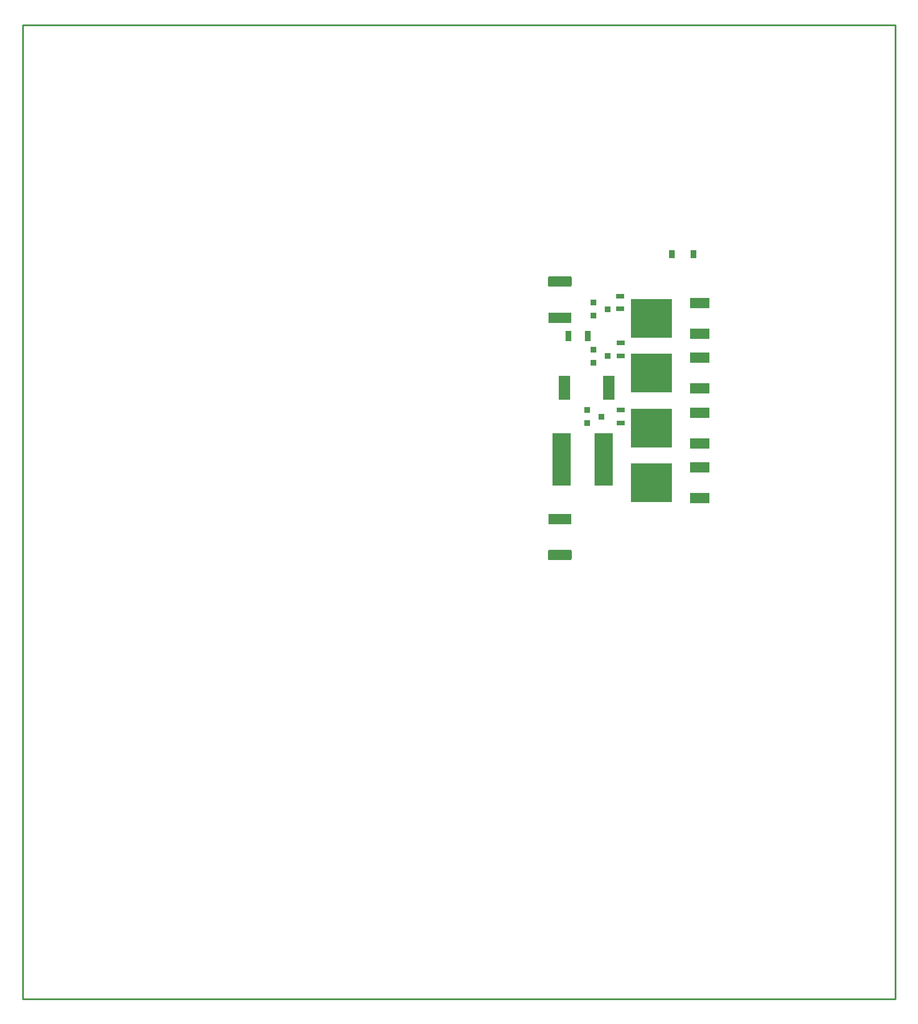
<source format=gbp>
G04*
G04 #@! TF.GenerationSoftware,Altium Limited,CircuitStudio,1.5.2 (1.5.2.30)*
G04*
G04 Layer_Color=16770453*
%FSLAX44Y44*%
%MOMM*%
G71*
G01*
G75*
%ADD11C,0.2540*%
%ADD28R,3.0000X1.6000*%
%ADD29R,6.2000X5.8000*%
%ADD30R,0.9144X0.8128*%
%ADD31R,0.9000X1.6000*%
%ADD32R,1.6800X3.6500*%
%ADD33R,3.5000X1.6000*%
G04:AMPARAMS|DCode=34|XSize=1.6mm|YSize=3.5mm|CornerRadius=0.2mm|HoleSize=0mm|Usage=FLASHONLY|Rotation=90.000|XOffset=0mm|YOffset=0mm|HoleType=Round|Shape=RoundedRectangle|*
%AMROUNDEDRECTD34*
21,1,1.6000,3.1000,0,0,90.0*
21,1,1.2000,3.5000,0,0,90.0*
1,1,0.4000,1.5500,0.6000*
1,1,0.4000,1.5500,-0.6000*
1,1,0.4000,-1.5500,-0.6000*
1,1,0.4000,-1.5500,0.6000*
%
%ADD34ROUNDEDRECTD34*%
%ADD35R,1.3000X0.7000*%
%ADD36R,2.7500X7.8200*%
%ADD37R,0.9100X1.2200*%
D11*
X1577000Y1161000D02*
Y2611000D01*
Y1161000D02*
X2877000D01*
Y2611000D01*
X1577000D02*
X2877000D01*
D28*
X2585053Y1952030D02*
D03*
Y1906230D02*
D03*
Y2033733D02*
D03*
Y1987933D02*
D03*
Y2115437D02*
D03*
Y2069637D02*
D03*
Y2197140D02*
D03*
Y2151340D02*
D03*
D29*
X2513053Y1929130D02*
D03*
Y2010833D02*
D03*
Y2092537D02*
D03*
Y2174240D02*
D03*
D30*
X2417375Y2018334D02*
D03*
Y2037486D02*
D03*
X2438551Y2027834D02*
D03*
X2427375Y2108334D02*
D03*
Y2127486D02*
D03*
X2448551Y2117834D02*
D03*
X2427375Y2178334D02*
D03*
Y2197486D02*
D03*
X2448551Y2187834D02*
D03*
D31*
X2418463Y2147910D02*
D03*
X2389463D02*
D03*
D32*
X2383963Y2070910D02*
D03*
X2449963D02*
D03*
D33*
X2377000Y2175250D02*
D03*
Y1875500D02*
D03*
D34*
Y2229250D02*
D03*
Y1821500D02*
D03*
D35*
X2468000Y2018500D02*
D03*
Y2037500D02*
D03*
Y2137500D02*
D03*
Y2118500D02*
D03*
X2467000Y2207500D02*
D03*
Y2188500D02*
D03*
D36*
X2379663Y1963910D02*
D03*
X2442263D02*
D03*
D37*
X2543650Y2270000D02*
D03*
X2576350D02*
D03*
M02*

</source>
